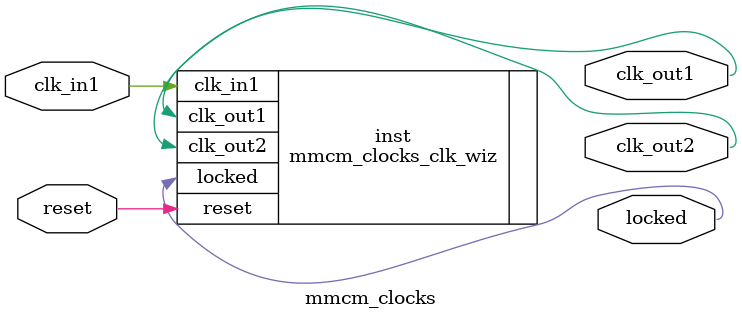
<source format=v>


`timescale 1ps/1ps

(* CORE_GENERATION_INFO = "mmcm_clocks,clk_wiz_v6_0_11_0_0,{component_name=mmcm_clocks,use_phase_alignment=true,use_min_o_jitter=false,use_max_i_jitter=false,use_dyn_phase_shift=false,use_inclk_switchover=false,use_dyn_reconfig=false,enable_axi=0,feedback_source=FDBK_AUTO,PRIMITIVE=MMCM,num_out_clk=2,clkin1_period=10.000,clkin2_period=10.000,use_power_down=false,use_reset=true,use_locked=true,use_inclk_stopped=false,feedback_type=SINGLE,CLOCK_MGR_TYPE=NA,manual_override=false}" *)

module mmcm_clocks 
 (
  // Clock out ports
  output        clk_out1,
  output        clk_out2,
  // Status and control signals
  input         reset,
  output        locked,
 // Clock in ports
  input         clk_in1
 );

  mmcm_clocks_clk_wiz inst
  (
  // Clock out ports  
  .clk_out1(clk_out1),
  .clk_out2(clk_out2),
  // Status and control signals               
  .reset(reset), 
  .locked(locked),
 // Clock in ports
  .clk_in1(clk_in1)
  );

endmodule

</source>
